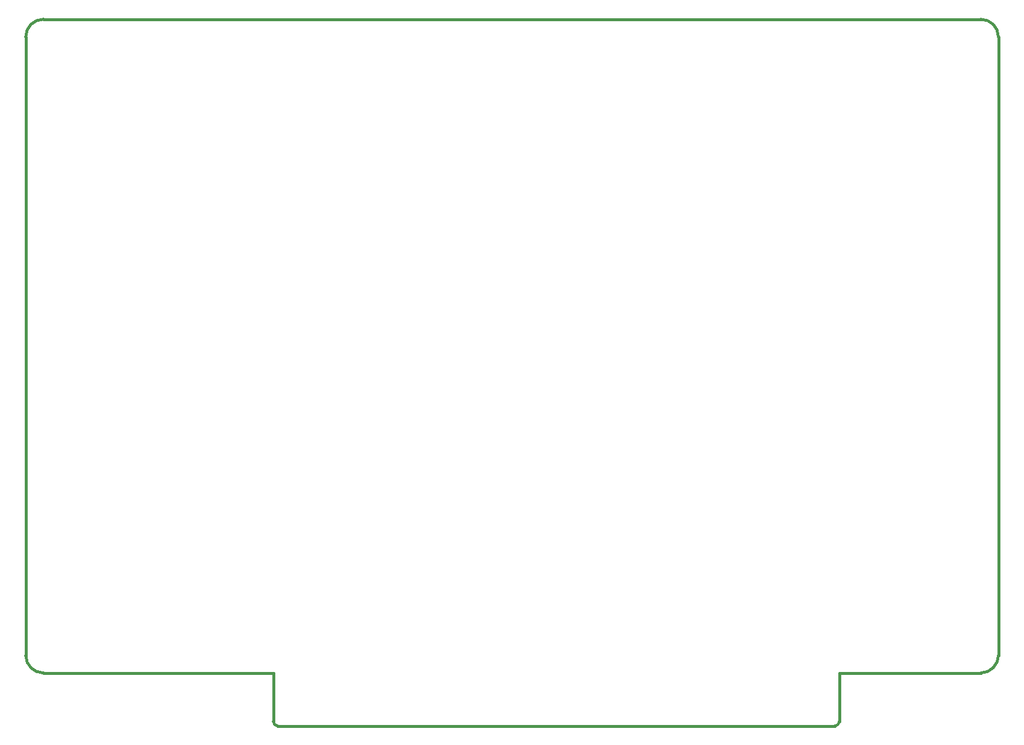
<source format=gm1>
%TF.GenerationSoftware,KiCad,Pcbnew,(5.1.8)-1*%
%TF.CreationDate,2021-12-03T10:01:59-08:00*%
%TF.ProjectId,isa_monster_fdc,6973615f-6d6f-46e7-9374-65725f666463,1.0*%
%TF.SameCoordinates,Original*%
%TF.FileFunction,Profile,NP*%
%FSLAX46Y46*%
G04 Gerber Fmt 4.6, Leading zero omitted, Abs format (unit mm)*
G04 Created by KiCad (PCBNEW (5.1.8)-1) date 2021-12-03 10:01:59*
%MOMM*%
%LPD*%
G01*
G04 APERTURE LIST*
%TA.AperFunction,Profile*%
%ADD10C,0.381000*%
%TD*%
G04 APERTURE END LIST*
D10*
X187960000Y-142240000D02*
X187960000Y-149225000D01*
X107315000Y-149860000D02*
X187325000Y-149860000D01*
X106680000Y-142240000D02*
X106680000Y-149225000D01*
X187325000Y-149860000D02*
G75*
G03*
X187960000Y-149225000I0J635000D01*
G01*
X106680000Y-149225000D02*
G75*
G03*
X107315000Y-149860000I635000J0D01*
G01*
X73660000Y-48260000D02*
X208280000Y-48260000D01*
X71120000Y-139700000D02*
X71120000Y-50800000D01*
X73660000Y-142240000D02*
X106680000Y-142240000D01*
X187960000Y-142240000D02*
X208280000Y-142240000D01*
X210820000Y-50800000D02*
X210820000Y-139700000D01*
X210820000Y-50800000D02*
G75*
G03*
X208280000Y-48260000I-2540000J0D01*
G01*
X208280000Y-142240000D02*
G75*
G03*
X210820000Y-139700000I0J2540000D01*
G01*
X71120000Y-139700000D02*
G75*
G03*
X73660000Y-142240000I2540000J0D01*
G01*
X73660000Y-48260000D02*
G75*
G03*
X71120000Y-50800000I0J-2540000D01*
G01*
M02*

</source>
